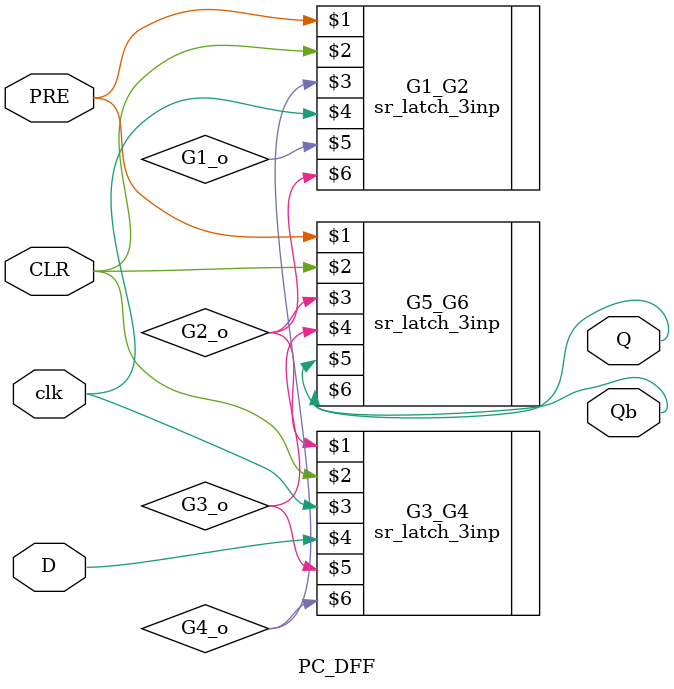
<source format=sv>
`timescale 1ns/1ns
module PC_DFF (input D , clk, PRE, CLR, output Q, Qb);
    wire G1_o,G2_o,G3_o,G4_o;
    sr_latch_3inp G1_G2(PRE,CLR,G4_o,clk,G1_o,G2_o);
    sr_latch_3inp G3_G4(G2_o,CLR,clk,D,G3_o,G4_o);
    sr_latch_3inp G5_G6(PRE,CLR,G2_o,G3_o,Q,Qb);
endmodule
</source>
